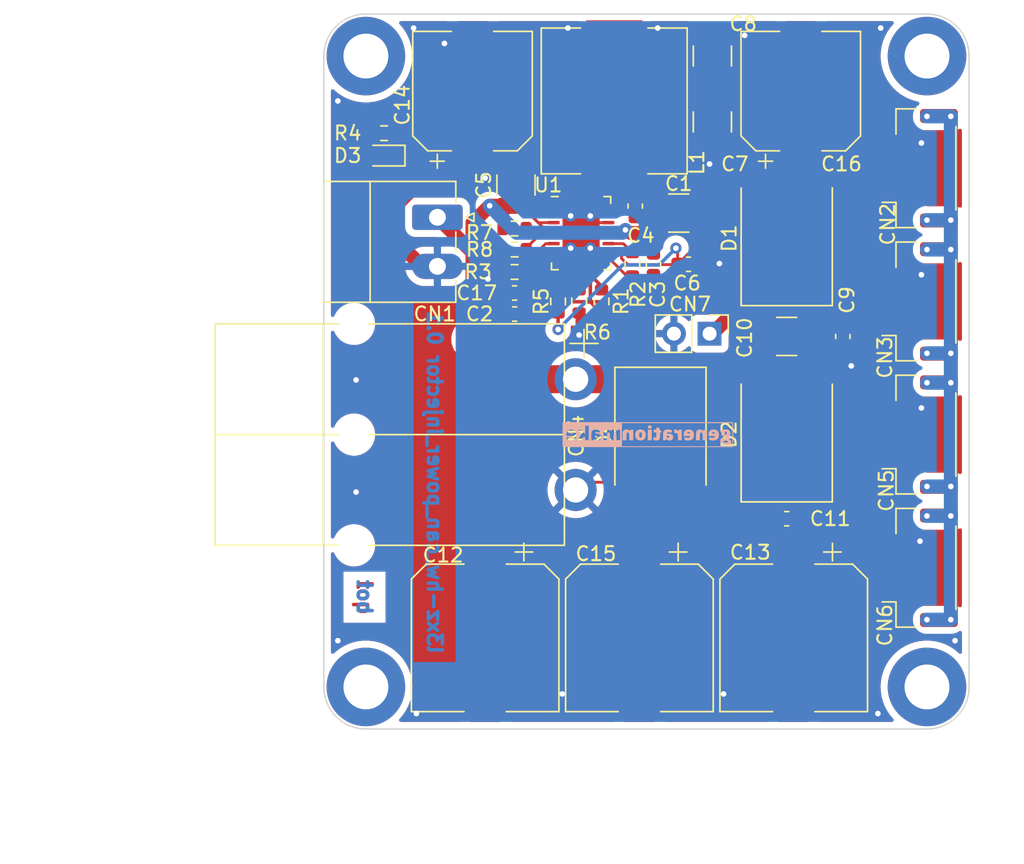
<source format=kicad_pcb>
(kicad_pcb (version 20211014) (generator pcbnew)
  (title_block (title "l3xz-hw_can_power_injector") (date "2022-11-06") (rev "0.1") (company "107-systems"))
  (layers (0 "F.Cu" signal) (31 "B.Cu" signal) (34 "B.Paste" user) (35 "F.Paste" user) (36 "B.SilkS" user "B.Silkscreen") (37 "F.SilkS" user "F.Silkscreen") (38 "B.Mask" user) (39 "F.Mask" user) (44 "Edge.Cuts" user))
  (net 0 "")
  (net 1 "+BATT")
  (net 2 "GND")
  (net 3 "VCC")
  (net 4 "/AVCC")
  (net 5 "/PVCC")
  (net 6 "/BOOT")
  (net 7 "/PHASE")
  (net 8 "/PG")
  (net 9 "/SET")
  (net 14 "/CAN1VCC")
  (net 15 "/CAN2VCC")
  (net 16 "/CAN1H")
  (net 17 "/CAN1L")
  (net 18 "/CAN2H")
  (net 19 "/CAN2L")
  (net 20 "Net-(D3-Pad2)")
  (net 21 "/FB")
  (net 22 "/SS")
  (net 23 "/EN")
  (net 24 "/MP")
  (footprint "generationmake:generationmake_small_solder" (layer "F.Cu") (at 116.98095 126.23645)
    (fp_text reference "L3" hide)
    (fp_text value "Label" hide)
  )
  (footprint "Capacitor_SMD:CP_Elec_10x10" (layer "F.Cu") (at 114.5 131.5 -90)
    (fp_text reference "C15")
    (fp_text value "220 uF / 50 V")
  )
  (footprint "Capacitor_SMD:CP_Elec_8x10" (layer "F.Cu") (at 126 92.5 90)
    (fp_text reference "C16")
    (fp_text value "1000 uF / 10 V")
  )
  (footprint "Connector_JST:JST_GH_SM04B-GHS-TB_1x04-1MP_P1.25mm_Horizontal" (layer "F.Cu") (at 134.5 107.5 90)
    (fp_text reference "CN3")
    (fp_text value "SM04B-GHS-TB")
  )
  (footprint "Capacitor_SMD:C_1210_3225Metric" (layer "F.Cu") (at 105.7 99.2 90)
    (fp_text reference "C5")
    (fp_text value "4.7uF 50V")
  )
  (footprint "Capacitor_SMD:CP_Elec_10x10" (layer "F.Cu") (at 103.5 131.5 -90)
    (fp_text reference "C12")
    (fp_text value "220 uF / 50 V")
  )
  (footprint "Connector_JST:JST_GH_SM04B-GHS-TB_1x04-1MP_P1.25mm_Horizontal" (layer "F.Cu") (at 134.5 117 90)
    (fp_text reference "CN5")
    (fp_text value "SM04B-GHS-TB")
  )
  (footprint "Inductor_SMD:L_Wuerth_HCI-1050" (layer "F.Cu") (at 112.7 93.2 90)
    (fp_text reference "L1")
    (fp_text value "10 uH")
  )
  (footprint "Resistor_SMD:R_0603_1608Metric" (layer "F.Cu") (at 108.7 107.5 90)
    (fp_text reference "R5")
    (fp_text value "120k")
  )
  (footprint "Capacitor_SMD:C_1210_3225Metric" (layer "F.Cu") (at 125 110)
    (fp_text reference "C10")
    (fp_text value "47uF 10V")
  )
  (footprint "Capacitor_SMD:CP_Elec_10x10" (layer "F.Cu") (at 125.5 131.5 -90)
    (fp_text reference "C13")
    (fp_text value "220 uF / 50 V")
  )
  (footprint "Capacitor_SMD:C_0603_1608Metric" (layer "F.Cu") (at 118 104.851174)
    (fp_text reference "C6")
    (fp_text value "100 nF")
  )
  (footprint "generationmake:POWERPOLE_hor_2" (layer "F.Cu") (at 109.95 117 -90)
    (fp_text reference "CN4")
    (fp_text value "Conn_01x02")
  )
  (footprint "Connector_Phoenix_MC:PhoenixContact_MC_1,5_2-G-3.5_1x02_P3.50mm_Horizontal" (layer "F.Cu") (at 100.1 101.5 -90)
    (fp_text reference "CN1")
    (fp_text value "DNI")
  )
  (footprint "Connector_JST:JST_GH_SM04B-GHS-TB_1x04-1MP_P1.25mm_Horizontal" (layer "F.Cu") (at 134.5 126.5 90)
    (fp_text reference "CN6")
    (fp_text value "SM04B-GHS-TB")
  )
  (footprint "Capacitor_SMD:CP_Elec_8x10" (layer "F.Cu") (at 102.6 92.5 90)
    (fp_text reference "C14")
    (fp_text value "1000 uF / 10 V")
  )
  (footprint "Capacitor_SMD:C_0603_1608Metric" (layer "F.Cu") (at 105.6 108.4)
    (fp_text reference "C2")
    (fp_text value "1 uF")
  )
  (footprint "Resistor_SMD:R_0603_1608Metric" (layer "F.Cu") (at 111.8 107.5 90)
    (fp_text reference "R1")
    (fp_text value "10k")
  )
  (footprint "Capacitor_SMD:C_0603_1608Metric" (layer "F.Cu") (at 129 110 -90)
    (fp_text reference "C9")
    (fp_text value "100nF")
  )
  (footprint "Resistor_SMD:R_0603_1608Metric" (layer "F.Cu") (at 110.2 107.5 -90)
    (fp_text reference "R6")
    (fp_text value "20k")
  )
  (footprint "Capacitor_SMD:C_0603_1608Metric" (layer "F.Cu") (at 105.6 106.9)
    (fp_text reference "C17")
    (fp_text value "10nF")
  )
  (footprint "Capacitor_SMD:C_0603_1608Metric" (layer "F.Cu") (at 115.5 104.851174 90)
    (fp_text reference "C3")
    (fp_text value "2.2 uF")
  )
  (footprint "Capacitor_SMD:C_0603_1608Metric" (layer "F.Cu") (at 114.2 100.7 90)
    (fp_text reference "C4")
    (fp_text value "100 nF")
  )
  (footprint "MountingHole:MountingHole_3.2mm_M3_DIN965_Pad" (layer "F.Cu") (at 95 90)
    (fp_text reference "H1" hide)
    (fp_text value "MountingHole_Pad")
  )
  (footprint "Diode_SMD:D_SMC" (layer "F.Cu") (at 125 103 90)
    (fp_text reference "D1")
    (fp_text value "B520C")
  )
  (footprint "Capacitor_SMD:C_1210_3225Metric" (layer "F.Cu") (at 119.7 94.7 -90)
    (fp_text reference "C7")
    (fp_text value "47uF 10V")
  )
  (footprint "Resistor_SMD:R_0603_1608Metric" (layer "F.Cu") (at 105.6 105.4 180)
    (fp_text reference "R3")
    (fp_text value "30k")
  )
  (footprint "Resistor_SMD:R_0603_1608Metric" (layer "F.Cu") (at 105.6 102.3)
    (fp_text reference "R7")
    (fp_text value "120k")
  )
  (footprint "LED_SMD:LED_0603_1608Metric" (layer "F.Cu") (at 96.3 97.1 180)
    (fp_text reference "D3")
    (fp_text value "LED_Small")
  )
  (footprint "Diode_SMD:D_SMC" (layer "F.Cu") (at 125 117 90)
    (fp_text reference "D2")
    (fp_text value "B520C")
  )
  (footprint "Package_DFN_QFN:QFN-28-1EP_4x5mm_P0.5mm_EP2.65x3.65mm" (layer "F.Cu") (at 110.34 102.631174)
    (fp_text reference "U1")
    (fp_text value "RAA211650")
  )
  (footprint "Diode_SMD:D_SMC" (layer "F.Cu") (at 116 117 -90)
    (fp_text reference "D4")
    (fp_text value "SMCJ40A")
  )
  (footprint "Resistor_SMD:R_0603_1608Metric" (layer "F.Cu") (at 105.6 103.8 180)
    (fp_text reference "R8")
    (fp_text value "20k")
  )
  (footprint "Capacitor_SMD:C_0603_1608Metric" (layer "F.Cu") (at 125 123 180)
    (fp_text reference "C11")
    (fp_text value "100nF")
  )
  (footprint "Resistor_SMD:R_0603_1608Metric" (layer "F.Cu") (at 114 104.851174 -90)
    (fp_text reference "R2")
    (fp_text value "1R")
  )
  (footprint "Capacitor_SMD:C_1210_3225Metric" (layer "F.Cu") (at 117.3 101.2)
    (fp_text reference "C1")
    (fp_text value "4.7uF 50V")
  )
  (footprint "MountingHole:MountingHole_3.2mm_M3_DIN965_Pad" (layer "F.Cu") (at 135 135)
    (fp_text reference "H4" hide)
    (fp_text value "MountingHole_Pad")
  )
  (footprint "Connector_JST:JST_GH_SM04B-GHS-TB_1x04-1MP_P1.25mm_Horizontal" (layer "F.Cu") (at 134.5 98 90)
    (fp_text reference "CN2")
    (fp_text value "SM04B-GHS-TB")
  )
  (footprint "Resistor_SMD:R_0603_1608Metric" (layer "F.Cu") (at 96.3 95.5 180)
    (fp_text reference "R4")
    (fp_text value "2k2")
  )
  (footprint "MountingHole:MountingHole_3.2mm_M3_DIN965_Pad" (layer "F.Cu") (at 135 90)
    (fp_text reference "H2" hide)
    (fp_text value "MountingHole_Pad")
  )
  (footprint "Capacitor_SMD:C_1210_3225Metric" (layer "F.Cu") (at 119.7 90 90)
    (fp_text reference "C8")
    (fp_text value "47uF 10V")
  )
  (footprint "MountingHole:MountingHole_3.2mm_M3_DIN965_Pad" (layer "F.Cu") (at 95 135)
    (fp_text reference "H3" hide)
    (fp_text value "MountingHole_Pad")
  )
  (footprint "Connector_PinHeader_2.54mm:PinHeader_1x02_P2.54mm_Vertical" (layer "F.Cu") (at 119.5 109.8 -90)
    (fp_text reference "CN7")
    (fp_text value "DNI")
  )
  (footprint "generationmake:generationmake_small_silk" (layer "B.Cu") (at 115.11905 119.63645 180)
    (fp_text reference "L2" hide)
    (fp_text value "Label" hide)
  )
  (gr_line (start 92 90) (end 92 135) (layer "Edge.Cuts") (width 0.1))
  (gr_arc (start 138 135) (mid 137.12132 137.12132) (end 135 138) (layer "Edge.Cuts") (width 0.1))
  (gr_line (start 135 87) (end 95 87) (layer "Edge.Cuts") (width 0.1))
  (gr_line (start 95 138) (end 135 138) (layer "Edge.Cuts") (width 0.1))
  (gr_arc (start 135 87) (mid 137.12132 87.87868) (end 138 90) (layer "Edge.Cuts") (width 0.1))
  (gr_arc (start 95 138) (mid 92.87868 137.12132) (end 92 135) (layer "Edge.Cuts") (width 0.1))
  (gr_arc (start 92 90) (mid 92.87868 87.87868) (end 95 87) (layer "Edge.Cuts") (width 0.1))
  (gr_line (start 138 135) (end 138 90) (layer "Edge.Cuts") (width 0.1))
  (gr_text "top" (at 94.9 128.6 270) (layer "F.Cu") (effects (font (size 1 1) (thickness 0.25))))
  (gr_text "l3xz-hw_can_power_injector 0.1" (at 99.9 120.4 270) (layer "B.Cu") (effects (font (size 1 1) (thickness 0.25)) (justify mirror)))
  (gr_text "bot" (at 94.9 128.6 270) (layer "B.Cu") (effects (font (size 1 1) (thickness 0.25)) (justify mirror)))
  (segment (start 108.39 102.381174) (end 107.788281 102.381174) (width 0.2) (layer "F.Cu") (net 1))
  (segment (start 102.6 110.7) (end 103.5 111.6) (width 1) (layer "F.Cu") (net 1))
  (segment (start 102.6 101.9) (end 103.825 100.675) (width 1) (layer "F.Cu") (net 1))
  (segment (start 112.29 102.881174) (end 112.781174 102.881174) (width 0.2) (layer "F.Cu") (net 1))
  (segment (start 106.082107 100.675) (end 105.7 100.675) (width 0.2) (layer "F.Cu") (net 1))
  (segment (start 112.781174 102.881174) (end 113.018826 102.881174) (width 0.2) (layer "F.Cu") (net 1))
  (segment (start 104.775 102.2) (end 104.775 101.6) (width 0.2) (layer "F.Cu") (net 1))
  (segment (start 103.5 127.5) (end 114.5 127.5) (width 2) (layer "F.Cu") (net 1))
  (segment (start 102.6 104.1) (end 102.6 110.2) (width 1) (layer "F.Cu") (net 1))
  (segment (start 103.85 113.05) (end 103.5 113.4) (width 2) (layer "F.Cu") (net 1))
  (segment (start 104.775 101.6) (end 105.7 100.675) (width 0.2) (layer "F.Cu") (net 1))
  (segment (start 103.5 114.9) (end 103.5 127.5) (width 2) (layer "F.Cu") (net 1))
  (segment (start 115.825 101.2) (end 115.825 101.633148) (width 1) (layer "F.Cu") (net 1))
  (segment (start 113.481174 102.381174) (end 113.5 102.4) (width 0.25) (layer "F.Cu") (net 1))
  (segment (start 103.5 113.4) (end 103.5 114.9) (width 2) (layer "F.Cu") (net 1))
  (segment (start 114.833148 102.625) (end 113.9 102.625) (width 1) (layer "F.Cu") (net 1))
  (segment (start 107.788281 102.381174) (end 106.853553 101.446447) (width 0.2) (layer "F.Cu") (net 1))
  (segment (start 109.95 113.05) (end 103.85 113.05) (width 2) (layer "F.Cu") (net 1))
  (segment (start 108.39 101.881174) (end 107.28828 101.881174) (width 0.2) (layer "F.Cu") (net 1))
  (segment (start 102.6 104.1) (end 102.6 104) (width 1) (layer "F.Cu") (net 1))
  (segment (start 102.6 110.2) (end 102.6 110.7) (width 1) (layer "F.Cu") (net 1))
  (segment (start 102.6 104) (end 100.1 101.5) (width 1) (layer "F.Cu") (net 1))
  (segment (start 114.5 127.5) (end 125.5 127.5) (width 2) (layer "F.Cu") (net 1))
  (segment (start 103.825 100.675) (end 105.7 100.675) (width 1) (layer "F.Cu") (net 1))
  (segment (start 107.28828 101.881174) (end 106.853553 101.446447) (width 0.2) (layer "F.Cu") (net 1))
  (segment (start 115.45 113.05) (end 116 113.6) (width 2) (layer "F.Cu") (net 1))
  (segment (start 109.95 113.05) (end 115.45 113.05) (width 2) (layer "F.Cu") (net 1))
  (segment (start 103.5 114.9) (end 103.5 111.1) (width 2) (layer "F.Cu") (net 1))
  (segment (start 103.5 111.6) (end 103.5 113.4) (width 1) (layer "F.Cu") (net 1))
  (segment (start 103.5 111.1) (end 102.6 110.2) (width 2) (layer "F.Cu") (net 1))
  (segment (start 106.853553 101.446447) (end 106.082107 100.675) (width 0.2) (layer "F.Cu") (net 1))
  (segment (start 113.018826 102.881174) (end 113.5 102.4) (width 0.2) (layer "F.Cu") (net 1))
  (segment (start 115.825 101.633148) (end 114.833148 102.625) (width 1) (layer "F.Cu") (net 1))
  (segment (start 102.6 104) (end 102.6 101.9) (width 1) (layer "F.Cu") (net 1))
  (segment (start 112.29 102.381174) (end 113.481174 102.381174) (width 0.25) (layer "F.Cu") (net 1))
  (via (at 113.5 102.4) (size 0.8) (drill 0.4) (layers "F.Cu" "B.Cu") (net 1))
  (via (at 103.825 100.675) (size 0.8) (drill 0.4) (layers "F.Cu" "B.Cu") (net 1))
  (segment (start 113.5 102.4) (end 113.3 102.6) (width 1) (layer "B.Cu") (net 1))
  (segment (start 105.75 102.6) (end 103.825 100.675) (width 1) (layer "B.Cu") (net 1))
  (segment (start 113.3 102.6) (end 105.75 102.6) (width 1) (layer "B.Cu") (net 1))
  (segment (start 104.5995 106.8) (end 103.6995 105.9) (width 0.2) (layer "F.Cu") (net 2))
  (segment (start 111.59 101.381174) (end 110.34 102.631174) (width 0.2) (layer "F.Cu") (net 2))
  (segment (start 108.825 99.376174) (end 107.276174 99.376174) (width 0.2) (layer "F.Cu") (net 2))
  (segment (start 118.775 104.851174) (end 120.2 104.851174) (width 0.2) (layer "F.Cu") (net 2))
  (segment (start 109.09 100.181174) (end 109.09 101.381174) (width 0.2) (layer "F.Cu") (net 2))
  (segment (start 104.4 105.3) (end 103.7 106) (width 0.2) (layer "F.Cu") (net 2))
  (segment (start 132.65 105.625) (end 134.575 105.625) (width 0.25) (layer "F.Cu") (net 2))
  (segment (start 101.15 98.45) (end 103.25 98.45) (width 1) (layer "F.Cu") (net 2))
  (segment (start 104.775 105.3) (end 104.4 105.3) (width 0.2) (layer "F.Cu") (net 2))
  (segment (start 104.825 108.3) (end 104.825 106.8) (width 0.2) (layer "F.Cu") (net 2))
  (segment (start 100.1 105) (end 99 105) (width 1) (layer "F.Cu") (net 2))
  (segment (start 129 110.775) (end 129 111.5) (width 0.2) (layer "F.Cu") (net 2))
  (segment (start 103.25 98.45) (end 103.5 98.7) (width 1) (layer "F.Cu") (net 2))
  (segment (start 99 105) (end 96.8 102.8) (width 1) (layer "F.Cu") (net 2))
  (segment (start 106 99.376174) (end 105.076174 99.376174) (width 0.2) (layer "F.Cu") (net 2))
  (segment (start 134.575 105.625) (end 134.6 105.6) (width 0.25) (layer "F.Cu") (net 2))
  (segment (start 114.5 135.5) (end 120.5 135.5) (width 1) (layer "F.Cu") (net 2))
  (segment (start 101.15 98.45) (end 104.975 98.45) (width 1) (layer "F.Cu") (net 2))
  (segment (start 108.39 100.881174) (end 108.59 100.881174) (width 0.2) (layer "F.Cu") (net 2))
  (segment (start 105.076174 99.376174) (end 104.176174 99.376174) (width 0.2) (layer "F.Cu") (net 2))
  (segment (start 132.65 115.125) (end 134.575 115.125) (width 0.25) (layer "F.Cu") (net 2))
  (segment (start 104.775 103.7) (end 104.775 105.3) (width 0.2) (layer "F.Cu") (net 2))
  (segment (start 125.275 88.525) (end 126 89.25) (width 1) (layer "F.Cu") (net 2))
  (segment (start 98 97.1) (end 99.35 98.45) (width 0.25) (layer "F.Cu") (net 2))
  (segment (start 119.4 96.175) (end 119.4 97.6) (width 0.25) (layer "F.Cu") (net 2))
  (segment (start 107.4375 100.813674) (end 107.4375 99.5375) (width 0.2) (layer "F.Cu") (net 2))
  (segment (start 134.575 115.125) (end 134.6 115.1) (width 0.25) (layer "F.Cu") (net 2))
  (segment (start 126.475 110) (end 128.225 110) (width 0.2) (layer "F.Cu") (net 2))
  (segment (start 129 111.5) (end 129.6 112.1) (width 0.2) (layer "F.Cu") (net 2))
  (segment (start 134.475 124.625) (end 134.5 124.6) (width 0.25) (layer "F.Cu") (net 2))
  (segment (start 104.825 106.8) (end 104.5995 106.8) (width 0.2) (layer "F.Cu") (net 2))
  (segment (start 107.505 100.881174) (end 107.4375 100.813674) (width 0.2) (layer "F.Cu") (net 2))
  (segment (start 109.09 100.181174) (end 109.09 99.641174) (width 0.2) (layer "F.Cu") (net 2))
  (segment (start 103.6995 105.9995) (end 103.6995 105.9) (width 0.2) (layer "F.Cu") (net 2))
  (segment (start 109.09 101.381174) (end 110.34 102.631174) (width 0.2) (layer "F.Cu") (net 2))
  (segment (start 96.8 102.8) (end 96.8 101) (width 1) (layer "F.Cu") (net 2))
  (segment (start 109 135.5) (end 114.5 135.5) (width 1) (layer "F.Cu") (net 2))
  (segment (start 134.525 96.125) (end 134.6 96.2) (width 0.25) (layer "F.Cu") (net 2))
  (segment (start 132.65 124.625) (end 134.475 124.625) (width 0.25) (layer "F.Cu") (net 2))
  (segment (start 119.4 97.6) (end 119.5 97.7) (width 0.25) (layer "F.Cu") (net 2))
  (segment (start 108.005 101.381174) (end 107.4375 100.813674) (width 0.2) (layer "F.Cu") (net 2))
  (segment (start 115.5 105.626174) (end 118 105.626174) (width 0.2) (layer "F.Cu") (net 2))
  (segment (start 120.725 88.525) (end 125.275 88.525) (width 1) (layer "F.Cu") (net 2))
  (segment (start 132.65 96.125) (end 134.525 96.125) (width 0.25) (layer "F.Cu") (net 2))
  (segment (start 124.225 123) (end 121.625 120.4) (width 0.2) (layer "F.Cu") (net 2))
  (segment (start 112.29 101.381174) (end 111.59 101.381174) (width 0.2) (layer "F.Cu") (net 2))
  (segment (start 109.09 99.641174) (end 108.825 99.376174) (width 0.2) (layer "F.Cu") (net 2))
  (segment (start 108.39 101.381174) (end 109.09 101.381174) (width 0.2) (layer "F.Cu") (net 2))
  (segment (start 110.885587 103.914413) (end 111.59 104.618826) (width 0.2) (layer "F.Cu") (net 2))
  (segment (start 96.8 101) (end 99.35 98.45) (width 1) (layer "F.Cu") (net 2))
  (segment (start 120.2 104.851174) (end 120.2 104.8) (width 0.2) (layer "F.Cu") (net 2))
  (segment (start 128.225 110) (end 129 110.775) (width 0.2) (layer "F.Cu") (net 2))
  (segment (start 110.34 102.631174) (end 110.34 103.368826) (width 0.2) (layer "F.Cu") (net 2))
  (segment (start 111.59 105.081174) (end 111.59 104.618826) (width 0.2) (layer "F.Cu") (net 2))
  (segment (start 107.4375 99.5375) (end 107.276174 99.376174) (width 0.2) (layer "F.Cu") (net 2))
  (segment (start 104.975 98.45) (end 105.7 97.725) (width 1) (layer "F.Cu") (net 2))
  (segment (start 97.0875 97.1) (end 98 97.1) (width 0.25) (layer "F.Cu") (net 2))
  (segment (start 108.59 100.881174) (end 110.34 102.631174) (width 0.2) (layer "F.Cu") (net 2))
  (segment (start 125.5 135.5) (end 120.5 135.5) (width 1) (layer "F.Cu") (net 2))
  (segment (start 110.2 108.325) (end 110.2 109.9) (width 0.25) (layer "F.Cu") (net 2))
  (segment (start 108.39 101.381174) (end 108.005 101.381174) (width 0.2) (layer "F.Cu") (net 2))
  (segment (start 102.6 89.25) (end 100.75 89.25) (width 0.25) (layer "F.Cu") (net 2))
  (segment (start 100.75 89.25) (end 100.6 89.1) (width 0.25) (layer "F.Cu") (net 2))
  (segment (start 108.39 100.881174) (end 107.505 100.881174) (width 0.2) (layer "F.Cu") (net 2))
  (segment (start 116 120.4) (end 110.5 120.4) (width 0.2) (layer "F.Cu") (net 2))
  (segment (start 111.09 101.881174) (end 110.34 102.631174) (width 0.2) (layer "F.Cu") (net 2))
  (segment (start 104.176174 99.376174) (end 103.5 98.7) (width 0.2) (layer "F.Cu") (net 2))
  (segment (start 118 105.626174) (end 118.775 104.851174) (width 0.2) (layer "F.Cu") (net 2))
  (segment (start 103.7 106) (end 103.6995 105.9995) (width 0.2) (layer "F.Cu") (net 2))
  (segment (start 112.29 101.881174) (end 111.09 101.881174) (width 0.2) (layer "F.Cu") (net 2))
  (segment (start 110.34 103.368826) (end 110.885587 103.914413) (width 0.2) (layer "F.Cu") (net 2))
  (segment (start 103.5 135.5) (end 109 135.5) (width 1) (layer "F.Cu") (net 2))
  (segment (start 110.5 120.4) (end 109.95 120.95) (width 0.2) (layer "F.Cu") (net 2))
  (segment (start 121.625 120.4) (end 116 120.4) (width 0.2) (layer "F.Cu") (net 2))
  (segment (start 107.276174 99.376174) (end 106 99.376174) (width 0.2) (layer "F.Cu") (net 2))
  (segment (start 99.35 98.45) (end 101.15 98.45) (width 1) (layer "F.Cu") (net 2))
  (via (at 111 103.7) (size 0.8) (drill 0.4) (layers "F.Cu" "B.Cu") (net 2))
  (via (at 134.6 105.6) (size 0.8) (drill 0.4) (layers "F.Cu" "B.Cu") (net 2))
  (via (at 94.3 113.1) (size 0.8) (drill 0.4) (layers "F.Cu" "B.Cu") (net 2))
  (via (at 109.4 88) (size 0.8) (drill 0.4) (layers "F.Cu" "B.Cu") (net 2))
  (via (at 131.7 88) (size 0.8) (drill 0.4) (layers "F.Cu" "B.Cu") (net 2))
  (via (at 134.6 96.2) (size 0.8) (drill 0.4) (layers "F.Cu" "B.Cu") (net 2))
  (via (at 111 101.4) (size 0.8) (drill 0.4) (layers "F.Cu" "B.Cu") (net 2))
  (via (at 115.8 88) (size 0.8) (drill 0.4) (layers "F.Cu" "B.Cu") (net 2))
  (via (at 98.6 136.9) (size 0.8) (drill 0.4) (layers "F.Cu" "B.Cu") (net 2))
  (via (at 109 135.5) (size 0.8) (drill 0.4) (layers "F.Cu" "B.Cu") (net 2))
  (via (at 122 88.525) (size 0.8) (drill 0.4) (layers "F.Cu" "B.Cu") (net 2))
  (via (at 110.2 109.9) (size 0.8) (drill 0.4) (layers "F.Cu" "B.Cu") (net 2))
  (via (at 93 93.2) (size 0.8) (drill 0.4) (layers "F.Cu" "B.Cu") (net 2))
  (via (at 109.6 103.7) (size 0.8) (drill 0.4) (layers "F.Cu" "B.Cu") (net 2))
  (via (at 120.5 135.5) (size 0.8) (drill 0.4) (layers "F.Cu" "B.Cu") (net 2))
  (via (at 93 131.7) (size 0.8) (drill 0.4) (layers "F.Cu" "B.Cu") (net 2))
  (via (at 94.3 121.1) (size 0.8) (drill 0.4) (layers "F.Cu" "B.Cu") (net 2))
  (via (at 131.5 136.9) (size 0.8) (drill 0.4) (layers "F.Cu" "B.Cu") (net 2))
  (via (at 134.5 124.6) (size 0.8) (drill 0.4) (layers "F.Cu" "B.Cu") (net 2))
  (via (at 103.6995 105.9) (size 0.8) (drill 0.4) (layers "F.Cu" "B.Cu") (net 2))
  (via (at 103.5 98.7) (size 0.8) (drill 0.4) (layers "F.Cu" "B.Cu") (net 2))
  (via (at 129.6 112.1) (size 0.8) (drill 0.4) (layers "F.Cu" "B.Cu") (net 2))
  (via (at 137 131.7) (size 0.8) (drill 0.4) (layers "F.Cu" "B.Cu") (net 2))
  (via (at 134.6 115.1) (size 0.8) (drill 0.4) (layers "F.Cu" "B.Cu") (net 2))
  (via (at 109.6 101.4) (size 0.8) (drill 0.4) (layers "F.Cu" "B.Cu") (net 2))
  (via (at 98.4 88) (size 0.8) (drill 0.4) (layers "F.Cu" "B.Cu") (net 2))
  (via (at 100.6 89.1) (size 0.8) (drill 0.4) (layers "F.Cu" "B.Cu") (net 2))
  (via (at 120.2 104.8) (size 0.8) (drill 0.4) (layers "F.Cu" "B.Cu") (net 2))
  (via (at 119.5 97.7) (size 0.8) (drill 0.4) (layers "F.Cu" "B.Cu") (net 2))
  (segment (start 101.3 96.5) (end 103.5 98.7) (width 0.2) (layer "B.Cu") (net 2))
  (segment (start 101.3 96.2) (end 101.3 96.5) (width 0.2) (layer "B.Cu") (net 2))
  (segment (start 102.6 102.2) (end 102.6 99.6) (width 0.2) (layer "B.Cu") (net 2))
  (segment (start 101.3 96.2) (end 101.3 89.8) (width 0.2) (layer "B.Cu") (net 2))
  (segment (start 101.3 89.8) (end 100.6 89.1) (width 0.2) (layer "B.Cu") (net 2))
  (segment (start 102.6 99.6) (end 103.5 98.7) (width 0.2) (layer "B.Cu") (net 2))
  (segment (start 103.6 103.2) (end 102.6 102.2) (width 0.2) (layer "B.Cu") (net 2))
  (segment (start 103.6 105.8005) (end 103.6 103.2) (width 0.2) (layer "B.Cu") (net 2))
  (segment (start 103.6995 105.9) (end 103.6 105.8005) (width 0.2) (layer "B.Cu") (net 2))
  (segment (start 118.525 93.225) (end 116.775 91.475) (width 2) (layer "F.Cu") (net 3))
  (segment (start 124.4 99) (end 125 99.6) (width 2) (layer "F.Cu") (net 3))
  (segment (start 113.225 104.433281) (end 113.225 104.276174) (width 0.2) (layer "F.Cu") (net 3))
  (segment (start 112.83 103.881174) (end 112.29 103.881174) (width 0.2) (layer "F.Cu") (net 3))
  (segment (start 117.225 104.851174) (end 117.225 103.825) (width 0.2) (layer "F.Cu") (net 3))
  (segment (start 102.35 95.5) (end 102.6 95.75) (width 0.25) (layer "F.Cu") (net 3))
  (segment (start 121.8 102.7) (end 122.1 102.4) (width 1) (layer "F.Cu") (net 3))
  (segment (start 121.275 91.475) (end 115.725 91.475) (width 2) (layer "F.Cu") (net 3))
  (segment (start 113.667892 104.876174) (end 113.225 104.433281) (width 0.2) (layer "F.Cu") (net 3))
  (segment (start 122.1 99) (end 122.1 100.1) (width 2) (layer "F.Cu") (net 3))
  (segment (start 116.775 91.475) (end 115.725 91.475) (width 2) (layer "F.Cu") (net 3))
  (segment (start 106.875 91.475) (end 102.6 95.75) (width 2) (layer "F.Cu") (net 3))
  (segment (start 117.225 104.851174) (end 117.2 104.876174) (width 0.2) (layer "F.Cu") (net 3))
  (segment (start 97.125 95.5) (end 102.35 95.5) (width 0.25) (layer "F.Cu") (net 3))
  (segment (start 122.1 107.4) (end 121.8 107.7) (width 2) (layer "F.Cu") (net 3))
  (segment (start 121.8 107.7) (end 119.7 109.8) (width 1) (layer "F.Cu") (net 3))
  (segment (start 122.1 100.1) (end 122.1 102.4) (width 2) (layer "F.Cu") (net 3))
  (segment (start 113.225 104.276174) (end 112.83 103.881174) (width 0.2) (layer "F.Cu") (net 3))
  (segment (start 117.225 104.851174) (end 118.925 103.151174) (width 0.2) (layer "F.Cu") (net 3))
  (segment (start 108.7 108.325) (end 108.7 109.5) (width 0.25) (layer "F.Cu") (net 3))
  (segment (start 122.1 100.1) (end 122.1 107.4) (width 2) (layer "F.Cu") (net 3))
  (segment (start 122.1 97.6) (end 122.6 97.1) (width 2) (layer "F.Cu") (net 3))
  (segment (start 118.925 103.151174) (end 121.548826 103.151174) (width 0.2) (layer "F.Cu") (net 3))
  (segment (start 119.4 93.225) (end 118.525 93.225) (width 2) (layer "F.Cu") (net 3))
  (segment (start 125 111.475) (end 123.525 110) (width 1) (layer "F.Cu") (net 3))
  (segment (start 126 95.75) (end 126 98.6) (width 1) (layer "F.Cu") (net 3))
  (segment (start 119.7 109.8) (end 119.5 109.8) (width 1) (layer "F.Cu") (net 3))
  (segment (start 117.225 103.825) (end 117.1 103.7) (width 0.2) (layer "F.Cu") (net 3))
  (segment (start 122.1 99) (end 124.4 99) (width 2) (layer "F.Cu") (net 3))
  (segment (start 122.6 97.1) (end 122.6 92.8) (width 2) (layer "F.Cu") (net 3))
  (segment (start 115.725 91.475) (end 114.5 91.475) (width 2) (layer "F.Cu") (net 3))
  (segment (start 122.6 92.8) (end 121.275 91.475) (width 2) (layer "F.Cu") (net 3))
  (segment (start 114.5 91.475) (end 112.4 89.375) (width 2) (layer "F.Cu") (net 3))
  (segment (start 121.548826 103.151174) (end 121.8 102.9) (width 0.2) (layer "F.Cu") (net 3))
  (segment (start 125 113.6) (end 125 111.475) (width 1) (layer "F.Cu") (net 3))
  (segment (start 122.1 100.1) (end 122.1 97.6) (width 2) (layer "F.Cu") (net 3))
  (segment (start 126 98.6) (end 125 99.6) (width 1) (layer "F.Cu") (net 3))
  (segment (start 115.725 91.475) (end 106.875 91.475) (width 2) (layer "F.Cu") (net 3))
  (segment (start 122.1 99) (end 122.15 98.95) (width 2) (layer "F.Cu") (net 3))
  (segment (start 123.525 110) (end 123.525 109.425) (width 1) (layer "F.Cu") (net 3))
  (segment (start 123.525 109.425) (end 121.8 107.7) (width 1) (layer "F.Cu") (net 3))
  (segment (start 117.2 104.876174) (end 113.667892 104.876174) (width 0.2) (layer "F.Cu") (net 3))
  (via (at 108.7 109.5) (size 0.8) (drill 0.4) (layers "F.Cu" "B.Cu") (net 3))
  (via (at 117.1 103.7) (size 0.8) (drill 0.4) (layers "F.Cu" "B.Cu") (net 3))
  (segment (start 115.9 104.9) (end 117.1 103.7) (width 0.25) (layer "B.Cu") (net 3))
  (segment (start 113.3 104.9) (end 115.9 104.9) (width 0.25) (layer "B.Cu") (net 3))
  (segment (start 108.7 109.5) (end 113.3 104.9) (width 0.25) (layer "B.Cu") (net 3))
  (segment (start 108.025 107.525) (end 107.5 107) (width 0.25) (layer "F.Cu") (net 4))
  (segment (start 105.6 104.9) (end 105.925 104.575) (width 0.2) (layer "F.Cu") (net 4))
  (segment (start 108.375 105.975) (end 107.80104 105.975) (width 0.2) (layer "F.Cu") (net 4))
  (segment (start 110.59 105.847538) (end 111 106.257538) (width 0.25) (layer "F.Cu") (net 4))
  (segment (start 108.375 105.975) (end 107.925 105.975) (width 0.2) (layer "F.Cu") (net 4))
  (segment (start 111 107.525) (end 111.8 108.325) (width 0.25) (layer "F.Cu") (net 4))
  (segment (start 113.585 105.676174) (end 112.29 104.381174) (width 0.2) (layer "F.Cu") (net 4))
  (segment (start 108.39 103.381174) (end 107.818826 103.381174) (width 0.2) (layer "F.Cu") (net 4))
  (segment (start 107.818826 103.881174) (end 107.55 104.15) (width 0.25) (layer "F.Cu") (net 4))
  (segment (start 107.5 107) (end 107.5 106.4) (width 0.25) (layer "F.Cu") (net 4))
  (segment (start 106.375 108.3) (end 105.6 107.525) (width 0.2) (layer "F.Cu") (net 4))
  (segment (start 107.125 104.575) (end 107.3 104.4) (width 0.2) (layer "F.Cu") (net 4))
  (segment (start 107.925 105.975) (end 107.5 106.4) (width 0.2) (layer "F.Cu") (net 4))
  (segment (start 108.39 103.881174) (end 107.818826 103.881174) (width 0.25) (layer "F.Cu") (net 4))
  (segment (start 108.375 105.975) (end 109.405 105.975) (width 0.2) (layer "F.Cu") (net 4))
  (segment (start 114 105.692462) (end 114 105.676174) (width 0.25) (layer "F.Cu") (net 4))
  (segment (start 105.925 104.575) (end 107.125 104.575) (width 0.2) (layer "F.Cu") (net 4))
  (segment (start 111 106.257538) (end 111 107.525) (width 0.25) (layer "F.Cu") (net 4))
  (segment (start 114 105.676174) (end 113.585 105.676174) (width 0.2) (layer "F.Cu") (net 4))
  (segment (start 105.6 107.525) (end 105.6 104.9) (width 0.2) (layer "F.Cu") (net 4))
  (segment (start 109.405 105.975) (end 109.59 105.79) (width 0.2) (layer "F.Cu") (net 4))
  (segment (start 109.59 105.79) (end 109.59 105.081174) (width 0.2) (layer "F.Cu") (net 4))
  (segment (start 107.55 103.65) (end 107.55 104.15) (width 0.2) (layer "F.Cu") (net 4))
  (segment (start 107.55 104.15) (end 107.3 104.4) (width 0.25) (layer "F.Cu") (net 4))
  (segment (start 110.825 107.525) (end 108.575 107.525) (width 0.25) (layer "F.Cu") (net 4))
  (segment (start 107.80104 105.975) (end 107.80104 106.87396) (width 0.2) (layer "F.Cu") (net 4))
  (segment (start 110.825 107.525) (end 112.167462 107.525) (width 0.25) (layer "F.Cu") (net 4))
  (segment (start 107.818826 103.381174) (end 107.55 103.65) (width 0.2) (layer "F.Cu") (net 4))
  (segment (start 107.80104 106.87396) (end 106.375 108.3) (width 0.2) (layer "F.Cu") (net 4))
  (segment (start 110.59 105.081174) (end 110.59 105.847538) (width 0.25) (layer "F.Cu") (net 4))
  (segment (start 108.575 107.525) (end 108.025 107.525) (width 0.25) (layer "F.Cu") (net 4))
  (segment (start 112.167462 107.525) (end 114 105.692462) (width 0.25) (layer "F.Cu") (net 4))
  (segment (start 111 107.525) (end 110.825 107.525) (width 0.25) (layer "F.Cu") (net 4))
  (segment (start 115.45 104.026174) (end 115.5 104.076174) (width 0.2) (layer "F.Cu") (net 5))
  (segment (start 114 104.026174) (end 115.45 104.026174) (width 0.2) (layer "F.Cu") (net 5))
  (segment (start 112.29 103.381174) (end 113.355 103.381174) (width 0.2) (layer "F.Cu") (net 5))
  (segment (start 113.355 103.381174) (end 114 104.026174) (width 0.2) (layer "F.Cu") (net 5))
  (segment (start 112.29 100.881174) (end 113.606174 100.881174) (width 0.2) (layer "F.Cu") (net 6))
  (segment (start 113.606174 100.881174) (end 114.2 101.475) (width 0.2) (layer "F.Cu") (net 6))
  (segment (start 112 98.28) (end 112 97.2) (width 0.2) (layer "F.Cu") (net 7))
  (segment (start 110.09 100.181174) (end 109.8 99.891174) (width 0.2) (layer "F.Cu") (net 7))
  (segment (start 110.09 97.861174) (end 110.45 97.501174) (width 0.2) (layer "F.Cu") (net 7))
  (segment (start 109.59 100.181174) (end 109.8 99.971174) (width 0.2) (layer "F.Cu") (net 7))
  (segment (start 110.751174 97.2) (end 110.45 97.501174) (width 1) (layer "F.Cu") (net 7))
  (segment (start 109.59 99.59) (end 110.09 99.09) (width 0.2) (layer "F.Cu") (net 7))
  (segment (start 111.09 100.181174) (end 111.09 99.19) (width 0.2) (layer "F.Cu") (net 7))
  (segment (start 109.59 100.181174) (end 109.59 99.59) (width 0.2) (layer "F.Cu") (net 7))
  (segment (start 111.09 98.141174) (end 110.85 97.901174) (width 0.2) (layer "F.Cu") (net 7))
  (segment (start 114.2 99.125) (end 114.1 99.025) (width 0.25) (layer "F.Cu") (net 7))
  (segment (start 110.09 99.09) (end 110.59 98.59) (width 0.2) (layer "F.Cu") (net 7))
  (segment (start 111.59 99.21) (end 112 98.8) (width 0.2) (layer "F.Cu") (net 7))
  (segment (start 110.59 100.181174) (end 110.59 98.59) (width 0.2) (layer "F.Cu") (net 7))
  (segment (start 114.2 99.925) (end 114.2 99.125) (width 0.25) (layer "F.Cu") (net 7))
  (segment (start 112 97.2) (end 110.751174 97.2) (width 1) (layer "F.Cu") (net 7))
  (segment (start 110.59 97.661174) (end 110.6 97.651174) (width 0.2) (layer "F.Cu") (net 7))
  (segment (start 111.59 98.641174) (end 111.5 98.551174) (width 0.2) (layer "F.Cu") (net 7))
  (segment (start 110.6 97.651174) (end 110.45 97.501174) (width 0.2) (layer "F.Cu") (net 7))
  (segment (start 111.09 99.19) (end 112 98.28) (width 0.2) (layer "F.Cu") (net 7))
  (segment (start 110.09 99.31) (end 110.09 97.861174) (width 0.2) (layer "F.Cu") (net 7))
  (segment (start 111.5 98.551174) (end 110.85 97.901174) (width 0.2) (layer "F.Cu") (net 7))
  (segment (start 109.59 99.59) (end 109.59 98.361174) (width 0.2) (layer "F.Cu") (net 7))
  (segment (start 110.85 97.901174) (end 110.45 97.501174) (width 0.2) (layer "F.Cu") (net 7))
  (segment (start 112 98.8) (end 112 97.2) (width 0.2) (layer "F.Cu") (net 7))
  (segment (start 111.09 99.19) (end 111.09 98.141174) (width 0.2) (layer "F.Cu") (net 7))
  (segment (start 110.09 99.31) (end 110.09 99.09) (width 0.2) (layer "F.Cu") (net 7))
  (segment (start 110.59 98.59) (end 110.59 97.661174) (width 0.2) (layer "F.Cu") (net 7))
  (segment (start 111.59 99.21) (end 111.59 98.641174) (width 0.2) (layer "F.Cu") (net 7))
  (segment (start 109.59 98.361174) (end 110.45 97.501174) (width 0.2) (layer "F.Cu") (net 7))
  (segment (start 114.1 99.025) (end 111.973826 99.025) (width 0.2) (layer "F.Cu") (net 7))
  (segment (start 110.09 100.181174) (end 110.09 99.31) (width 0.2) (layer "F.Cu") (net 7))
  (segment (start 111.59 100.181174) (end 111.59 99.21) (width 0.2) (layer "F.Cu") (net 7))
  (segment (start 111.973826 99.025) (end 111.5 98.551174) (width 0.2) (layer "F.Cu") (net 7))
  (segment (start 111.8 106.421142) (end 111.8 106.675) (width 0.25) (layer "F.Cu") (net 8))
  (segment (start 111.09 105.081174) (end 111.09 105.711142) (width 0.25) (layer "F.Cu") (net 8))
  (segment (start 111.09 105.711142) (end 111.8 106.421142) (width 0.25) (layer "F.Cu") (net 8))
  (segment (start 108.018826 104.381174) (end 107.1 105.3) (width 0.25) (layer "F.Cu") (net 9))
  (segment (start 107.1 105.3) (end 106.425 105.3) (width 0.25) (layer "F.Cu") (net 9))
  (segment (start 108.39 104.381174) (end 108.018826 104.381174) (width 0.25) (layer "F.Cu") (net 9))
  (segment (start 130.2 106.1) (end 129.9 106.4) (width 0.5) (layer "F.Cu") (net 14))
  (segment (start 130.2 104.7) (end 130.2 106.1) (width 0.5) (layer "F.Cu") (net 14))
  (segment (start 129.9 106.4) (end 129.1 106.4) (width 0.5) (layer "F.Cu") (net 14))
  (segment (start 130.2 101.8) (end 130.2 104.7) (width 0.5) (layer "F.Cu") (net 14))
  (segment (start 130.2 101.8) (end 130.2 101) (width 0.5) (layer "F.Cu") (net 14))
  (segment (start 125 106.4) (end 129.1 106.4) (width 0.5) (layer "F.Cu") (net 14))
  (segment (start 131.325 99.875) (end 132.65 99.875) (width 0.5) (layer "F.Cu") (net 14))
  (segment (start 130.775 109.375) (end 132.65 109.375) (width 0.5) (layer "F.Cu") (net 14))
  (segment (start 130.2 101) (end 131.325 99.875) (width 0.5) (layer "F.Cu") (net 14))
  (segment (start 130.2 104.7) (end 130.2 108.8) (width 0.5) (layer "F.Cu") (net 14))
  (segment (start 130.2 108.8) (end 130.775 109.375) (width 0.5) (layer "F.Cu") (net 14))
  (segment (start 129 106.5) (end 129.1 106.4) (width 0.5) (layer "F.Cu") (net 14))
  (segment (start 129 109.225) (end 129 106.5) (width 0.5) (layer "F.Cu") (net 14))
  (segment (start 130.1 120.4) (end 130.1 119.8) (width 0.5) (layer "F.Cu") (net 15))
  (segment (start 125.775 123) (end 125.775 121.175) (width 0.5) (layer "F.Cu") (net 15))
  (segment (start 129.6 120.4) (end 130.1 120.9) (width 0.5) (layer "F.Cu") (net 15))
  (segment (start 130.1 127.6) (end 130.875 128.375) (width 0.5) (layer "F.Cu") (net 15))
  (segment (start 130.875 128.375) (end 132.65 128.375) (width 0.5) (layer "F.Cu") (net 15))
  (segment (start 130.1 119.8) (end 131.025 118.875) (width 0.5) (layer "F.Cu") (net 15))
  (segment (start 130.1 120.9) (end 130.1 123.2) (width 0.5) (layer "F.Cu") (net 15))
  (segment (start 125.775 121.175) (end 125 120.4) (width 0.5) (layer "F.Cu") (net 15))
  (segment (start 130.1 120.4) (end 130.1 120.9) (width 0.5) (layer "F.Cu") (net 15))
  (segment (start 125 120.4) (end 129.6 120.4) (width 0.5) (layer "F.Cu") (net 15))
  (segment (start 130.1 123.2) (end 130.1 127.6) (width 0.5) (layer "F.Cu") (net 15))
  (segment (start 131.025 118.875) (end 132.65 118.875) (width 0.5) (layer "F.Cu") (net 15))
  (segment (start 131.025 107.525) (end 131.025 103.175) (width 0.25) (layer "F.Cu") (net 16))
  (segment (start 133.825 99.225) (end 133.225 98.625) (width 0.25) (layer "F.Cu") (net 16))
  (segment (start 131.025 103.175) (end 133.825 100.375) (width 0.25) (layer "F.Cu") (net 16))
  (segment (start 132.65 108.125) (end 131.625 108.125) (width 0.25) (layer "F.Cu") (net 16))
  (segment (start 133.225 98.625) (end 132.65 98.625) (width 0.25) (layer "F.Cu") (net 16))
  (segment (start 131.625 108.125) (end 131.025 107.525) (width 0.25) (layer "F.Cu") (net 16))
  (segment (start 133.825 100.375) (end 133.825 99.225) (width 0.25) (layer "F.Cu") (net 16))
  (segment (start 134.275 97.775) (end 133.875 97.375) (width 0.25) (layer "F.Cu") (net 17))
  (segment (start 131.875 106.875) (end 131.475 106.475) (width 0.25) (layer "F.Cu") (net 17))
  (segment (start 133.875 97.375) (end 132.65 97.375) (width 0.25) (layer "F.Cu") (net 17))
  (segment (start 134.275 100.561396) (end 134.275 97.775) (width 0.25) (layer "F.Cu") (net 17))
  (segment (start 131.475 106.475) (end 131.475 103.361396) (width 0.25) (layer "F.Cu") (net 17))
  (segment (start 132.65 106.875) (end 131.875 106.875) (width 0.25) (layer "F.Cu") (net 17))
  (segment (start 131.475 103.361396) (end 134.275 100.561396) (width 0.25) (layer "F.Cu") (net 17))
  (segment (start 133.325 117.625) (end 132.65 117.625) (width 0.25) (layer "F.Cu") (net 18))
  (segment (start 133.825 119.221751) (end 133.825 118.125) (width 0.25) (layer "F.Cu") (net 18))
  (segment (start 133.825 118.125) (end 133.325 117.625) (width 0.25) (layer "F.Cu") (net 18))
  (segment (start 132.65 127.125) (end 131.525 127.125) (width 0.25) (layer "F.Cu") (net 18))
  (segment (start 131.025 122.02175) (end 133.825 119.221751) (width 0.25) (layer "F.Cu") (net 18))
  (segment (start 131.525 127.125) (end 131.025 126.625) (width 0.25) (layer "F.Cu") (net 18))
  (segment (start 131.025 126.625) (end 131.025 122.02175) (width 0.25) (layer "F.Cu") (net 18))
  (segment (start 132.65 125.875) (end 132.075 125.875) (width 0.25) (layer "F.Cu") (net 19))
  (segment (start 134.275 116.975) (end 133.675 116.375) (width 0.25) (layer "F.Cu") (net 19))
  (segment (start 131.475 125.275) (end 131.475 122.208147) (width 0.25) (layer "F.Cu") (net 19))
  (segment (start 132.075 125.875) (end 131.475 125.275) (width 0.25) (layer "F.Cu") (net 19))
  (segment (start 131.475 122.208147) (end 134.275 119.408147) (width 0.25) (layer "F.Cu") (net 19))
  (segment (start 134.275 119.408147) (end 134.275 116.975) (width 0.25) (layer "F.Cu") (net 19))
  (segment (start 133.675 116.375) (end 132.65 116.375) (width 0.25) (layer "F.Cu") (net 19))
  (segment (start 95.475 95.5) (end 95.475 97.0625) (width 0.25) (layer "F.Cu") (net 20))
  (segment (start 95.475 97.0625) (end 95.5125 97.1) (width 0.25) (layer "F.Cu") (net 20))
  (segment (start 110.09 105.081174) (end 110.09 106.565) (width 0.25) (layer "F.Cu") (net 21))
  (segment (start 110.09 106.565) (end 110.2 106.675) (width 0.25) (layer "F.Cu") (net 21))
  (segment (start 108.7 106.675) (end 110.2 106.675) (width 0.25) (layer "F.Cu") (net 21))
  (segment (start 109.09 105.081174) (end 109.09 105.41) (width 0.25) (layer "F.Cu") (net 22))
  (segment (start 107.625 105.55) (end 106.375 106.8) (width 0.25) (layer "F.Cu") (net 22))
  (segment (start 109.09 105.41) (end 108.95 105.55) (width 0.25) (layer "F.Cu") (net 22))
  (segment (start 108.95 105.55) (end 107.625 105.55) (width 0.25) (layer "F.Cu") (net 22))
  (segment (start 107.243826 102.881174) (end 106.425 103.7) (width 0.2) (layer "F.Cu") (net 23))
  (segment (start 108.39 102.881174) (end 107.243826 102.881174) (width 0.2) (layer "F.Cu") (net 23))
  (segment (start 107.106174 102.881174) (end 106.425 102.2) (width 0.2) (layer "F.Cu") (net 23))
  (segment (start 108.39 102.881174) (end 107.106174 102.881174) (width 0.2) (layer "F.Cu") (net 23))
  (via (at 136.7 122.8) (size 0.8) (drill 0.4) (layers "F.Cu" "B.Cu") (net 24))
  (via (at 135 111.2) (size 0.8) (drill 0.4) (layers "F.Cu" "B.Cu") (net 24))
  (via (at 135 103.8) (size 0.8) (drill 0.4) (layers "F.Cu" "B.Cu") (net 24))
  (via (at 136.7 120.7) (size 0.8) (drill 0.4) (layers "F.Cu" "B.Cu") (net 24))
  (via (at 135 113.3) (size 0.8) (drill 0.4) (layers "F.Cu" "B.Cu") (net 24))
  (via (at 135 94.3) (size 0.8) (drill 0.4) (layers "F.Cu" "B.Cu") (net 24))
  (via (at 136.7 111.2) (size 0.8) (drill 0.4) (layers "F.Cu" "B.Cu") (net 24))
  (via (at 135 130.2) (size 0.8) (drill 0.4) (layers "F.Cu" "B.Cu") (net 24))
  (via (at 136.7 94.3) (size 0.8) (drill 0.4) (layers "F.Cu" "B.Cu") (net 24))
  (via (at 136.7 130.2) (size 0.8) (drill 0.4) (layers "F.Cu" "B.Cu") (net 24))
  (via (at 135 120.7) (size 0.8) (drill 0.4) (layers "F.Cu" "B.Cu") (net 24))
  (via (at 135 101.7) (size 0.8) (drill 0.4) (layers "F.Cu" "B.Cu") (net 24))
  (via (at 136.7 113.3) (size 0.8) (drill 0.4) (layers "F.Cu" "B.Cu") (net 24))
  (via (at 136.7 103.8) (size 0.8) (drill 0.4) (layers "F.Cu" "B.Cu") (net 24))
  (via (at 136.7 101.7) (size 0.8) (drill 0.4) (layers "F.Cu" "B.Cu") (net 24))
  (via (at 135 122.8) (size 0.8) (drill 0.4) (layers "F.Cu" "B.Cu") (net 24))
  (segment (start 136.7 111.2) (end 136.7 113.3) (width 1) (layer "B.Cu") (net 24))
  (segment (start 135 122.8) (end 136.7 122.8) (width 1) (layer "B.Cu") (net 24))
  (segment (start 136.7 122.8) (end 136.7 120.7) (width 1) (layer "B.Cu") (net 24))
  (segment (start 135 120.7) (end 136.7 120.7) (width 1) (layer "B.Cu") (net 24))
  (segment (start 135 103.8) (end 136.7 103.8) (width 1) (layer "B.Cu") (net 24))
  (segment (start 136.7 101.7) (end 136.7 103.8) (width 1) (layer "B.Cu") (net 24))
  (segment (start 136.7 113.3) (end 136.7 120.7) (width 1) (layer "B.Cu") (net 24))
  (segment (start 136.7 130.2) (end 136.7 122.8) (width 1) (layer "B.Cu") (net 24))
  (segment (start 135 94.3) (end 136.7 94.3) (width 1) (layer "B.Cu") (net 24))
  (segment (start 135 130.2) (end 136.7 130.2) (width 1) (layer "B.Cu") (net 24))
  (segment (start 135 111.2) (end 136.7 111.2) (width 1) (layer "B.Cu") (net 24))
  (segment (start 136.7 94.3) (end 136.7 101.7) (width 1) (layer "B.Cu") (net 24))
  (segment (start 136.7 103.8) (end 136.7 111.2) (width 1) (layer "B.Cu") (net 24))
  (segment (start 135 101.7) (end 136.7 101.7) (width 1) (layer "B.Cu") (net 24))
  (segment (start 135 113.3) (end 136.7 113.3) (width 1) (layer "B.Cu") (net 24))
  (zone (net 7) (net_name "/PHASE") (layer "F.Cu") (priority 1) (connect_pads (clearance 0.2)) (min_thickness 0.2) (fill yes (thermal_gap 0.2) (thermal_bridge_width 0.2))
    (polygon (pts (xy 114.8 97.8) (xy 114.8 99.2) (xy 114.4 99.6) (xy 109.4 99.6) (xy 109.4 97.7) (xy 110.7 96.2) (xy 113.2 96.2)))
  )
  (zone (net 2) (net_name "GND") (layer "F.Cu") (connect_pads (clearance 0.508)) (min_thickness 0.254) (fill yes (thermal_gap 0.508) (thermal_bridge_width 0.508))
    (polygon (pts (xy 139 139) (xy 91 139) (xy 91 86) (xy 139 86)))
  )
  (zone (net 2) (net_name "GND") (layer "B.Cu") (connect_pads (clearance 0.508)) (min_thickness 0.254) (fill yes (thermal_gap 0.508) (thermal_bridge_width 0.508))
    (polygon (pts (xy 139 139) (xy 91 139) (xy 91 86) (xy 139 86)))
  )
)
</source>
